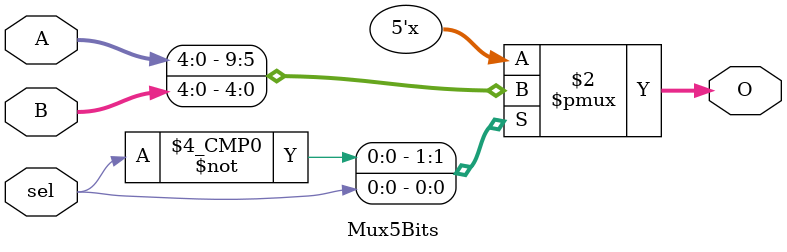
<source format=v>
`timescale 1ns / 1ps

/*
Objetivo del módulo
Se crea para selecciona entre el valor de cero y el valor de los bits 19:15 de las instrucciones
y ya que solo son 5 bits se debe crear otro módulo aparte del otro mux de 2 a 1

-Entradas
A: Primera entrada del mux 1'b0
B: Segunda entrada del mux 1'b1
sel: Señal de control para seleccionar entre las entradas

-Salida
O: Contiene el dato de alguna de las entradas, dependiendo de la señal de control

*/

module Mux5Bits(A, B, O, sel
    );
	//Definicion de entradas y salidas 
	input sel;
	input[4:0] A, B;
	output reg[4:0] O;

	//Descripcion del MUX
	always @(A, B, sel)
		begin
			case(sel)
			0: O = A;
			1: O = B;
			endcase
		end
	endmodule

</source>
